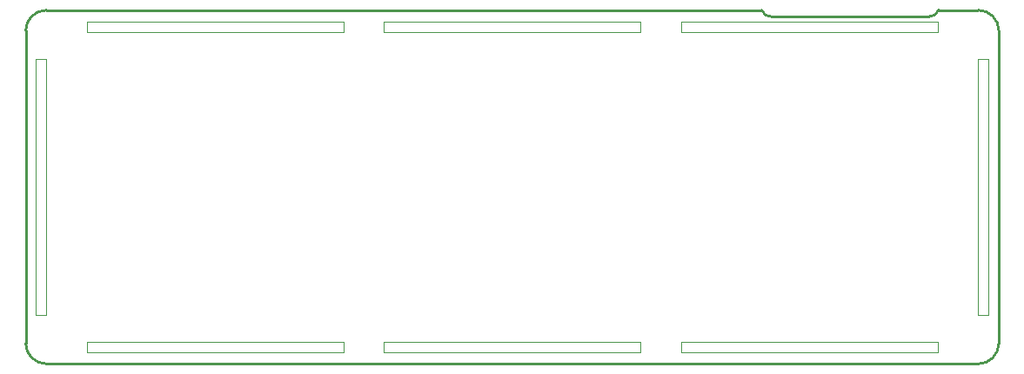
<source format=gko>
G04 Layer: BoardOutlineLayer*
G04 EasyEDA Pro v1.7.27, 2022-09-03 12:30:42*
G04 Gerber Generator version 0.3*
G04 Scale: 100 percent, Rotated: No, Reflected: No*
G04 Dimensions in millimeters*
G04 Leading zeros omitted, absolute positions, 3 integers and 3 decimals*
%FSLAX33Y33*%
%MOMM*%
%ADD10C,0.254*%
%ADD11C,0.0254*%
G75*


G04 PolygonModel Start*
G54D10*
G01X71614Y34500D02*
G03X72630Y33865I930J357D01*
G01X72630Y33865D02*
G01X87908Y33865D01*
G01X87912Y33861D01*
G01X88842Y34500D02*
G01X92700Y34500D01*
G02X94700Y32500I0J-2000D01*
G01Y2000D01*
G02X92700Y0I-2000J0D01*
G01X2000Y-0D01*
G02X0Y2000I0J2000D01*
G01Y32500D01*
G02X2000Y34500I2000J0D01*
G01X71604D01*
G01X88842Y34500D02*
G02X87826Y33865I-930J357D01*
G04 PolygonModel End*

G04 Rect Start*
G54D11*
G01X2000Y4750D02*
G01X2000Y29750D01*
G01X1000D01*
G01Y4750D01*
G01X2000D01*
G01X92700Y29750D02*
G01X92700Y4750D01*
G01X93700D01*
G01Y29750D01*
G01X92700D01*
G01X59850Y1114D02*
G01X59850Y2114D01*
G01X34850D01*
G01Y1114D01*
G01X59850D01*
G01X30925Y1114D02*
G01X30925Y2114D01*
G01X5925D01*
G01Y1114D01*
G01X30925D01*
G01X88775Y1114D02*
G01X88775Y2114D01*
G01X63775D01*
G01Y1114D01*
G01X88775D01*
G01X5925Y33386D02*
G01X5925Y32386D01*
G01X30925D01*
G01Y33386D01*
G01X5925D01*
G01X63775Y33386D02*
G01X63775Y32386D01*
G01X88775D01*
G01Y33386D01*
G01X63775D01*
G01X34850Y33386D02*
G01X34850Y32386D01*
G01X59850D01*
G01Y33386D01*
G01X34850D01*
G04 Rect End*

M02*

</source>
